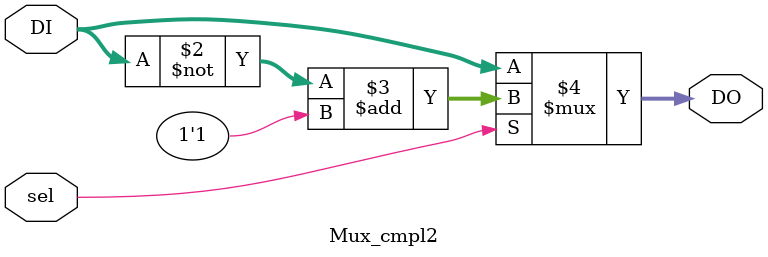
<source format=v>
/**********************************************************************************************
 * Project Name       : Mux_cmpl2
 * Engineer           : Daniel Diaz Platon
 * Module description : Use to change the complement operation if is negative.
 * Target             : 5CSXFC6D6F31C6
 * Date               : 2024/02/27
 **********************************************************************************************/

module Mux_cmpl2 #(parameter n = 10) (
    input              sel,
    input      [n-1:0] DI,
    output     [n-1:0] DO
);

assign DO = (sel == 1'b1) ? (~DI[n-1:0] + 1'b1) : DI[n-1:0];

endmodule
</source>
